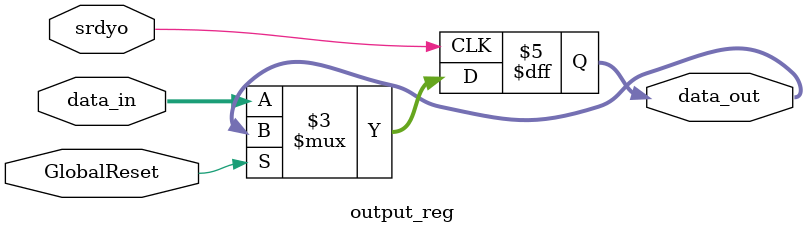
<source format=v>
`timescale 1ns / 1ps
module output_reg(
	 input [31:0] data_in,
	 input  srdyo,
	 input  GlobalReset,
	 output [31:0] data_out
    );

always @(posedge srdyo)
begin
	if(GlobalReset==0)
	begin
		data_out <= data_in;
	end
end	

endmodule

</source>
